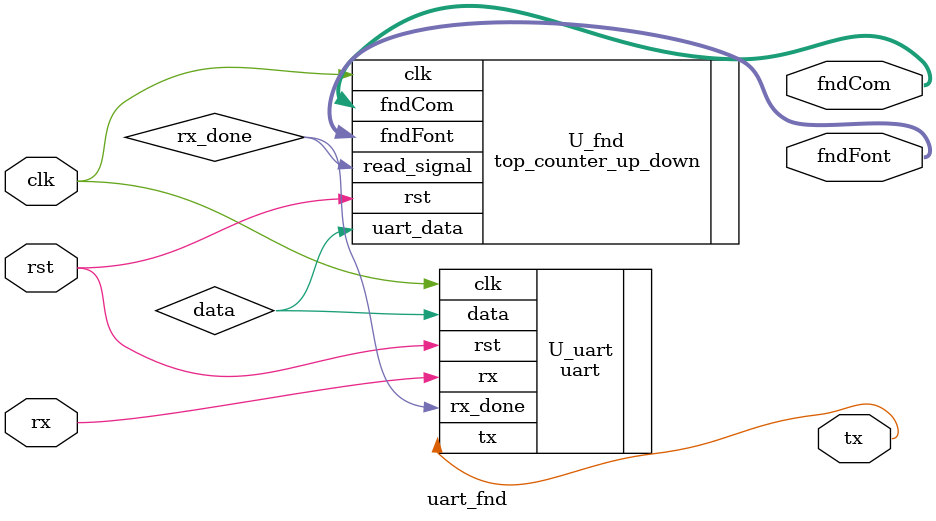
<source format=v>
module uart_fnd(
    input        clk,
    input        rst,
    output [3:0] fndCom,
    output [7:0] fndFont,

    input       rx,
    output      tx
    );

    uart U_uart(
        .clk(clk),
        .rst(rst),
        .rx(rx),
        .tx(tx),
        .rx_done(rx_done),
        .data(data)
    );

    top_counter_up_down U_fnd(
        .clk(clk),
        .rst(rst),
        .read_signal(rx_done),
        .uart_data(data),
        .fndCom(fndCom),
        .fndFont(fndFont)
    );  

endmodule
</source>
